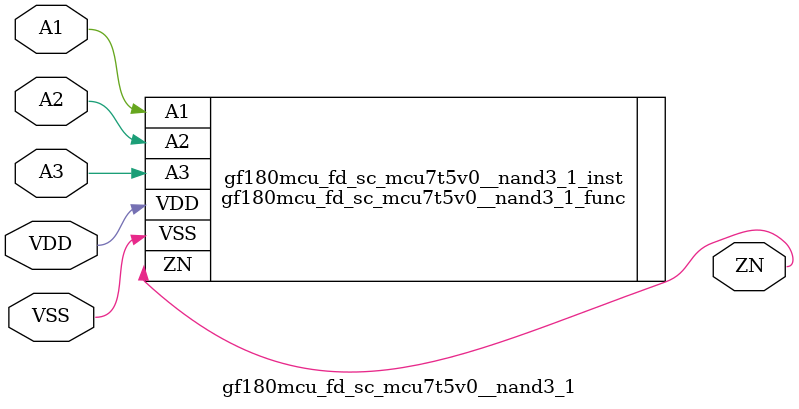
<source format=v>

module gf180mcu_fd_sc_mcu7t5v0__nand3_1( A3, ZN, A2, A1, VDD, VSS );
input A1, A2, A3;
inout VDD, VSS;
output ZN;

   `ifdef FUNCTIONAL  //  functional //

	gf180mcu_fd_sc_mcu7t5v0__nand3_1_func gf180mcu_fd_sc_mcu7t5v0__nand3_1_behav_inst(.A3(A3),.ZN(ZN),.A2(A2),.A1(A1),.VDD(VDD),.VSS(VSS));

   `else

	gf180mcu_fd_sc_mcu7t5v0__nand3_1_func gf180mcu_fd_sc_mcu7t5v0__nand3_1_inst(.A3(A3),.ZN(ZN),.A2(A2),.A1(A1),.VDD(VDD),.VSS(VSS));

	// spec_gates_begin


	// spec_gates_end



   specify

	// specify_block_begin

	// comb arc A1 --> ZN
	 (A1 => ZN) = (1.0,1.0);

	// comb arc A2 --> ZN
	 (A2 => ZN) = (1.0,1.0);

	// comb arc A3 --> ZN
	 (A3 => ZN) = (1.0,1.0);

	// specify_block_end

   endspecify

   `endif

endmodule

</source>
